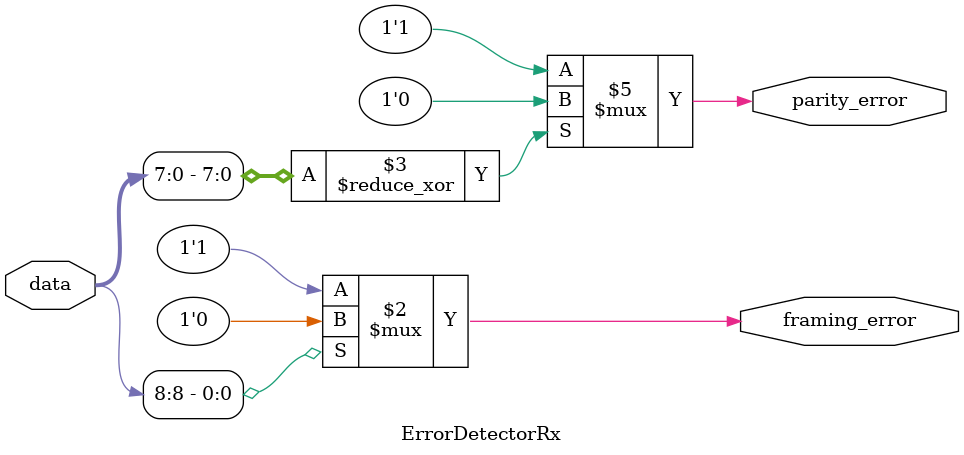
<source format=v>
/* Receiver */
/* Error Detector Module */

/* This module get the data from the receiver
data register to decide whether there is a parity 
error or framing error. Odd parity is used for 
checking the parity error */

module ErrorDetectorRx
(
	data,
	parity_error,
	framing_error
);

input		[8:0]		data;			// 9 bits: 1 stop bit + 1 parity bit + 7 data bits

output 				parity_error;
output				framing_error;


// if the stop bit is not 1, it indicates that there is a framing error upon transmission
assign framing_error = (data[8] != 1'b1) ? 1'b1 : 1'b0;

/* if XOR the 8 bits (1 parity bit + 7 data bits) do not result a 1,
that means that the number of 1 in the data bits number is not odd number, 
which indicates that a parity error happens */
assign parity_error = (^data[7:0] != 1'b1) ? 1'b1 : 1'b0;
endmodule
</source>
